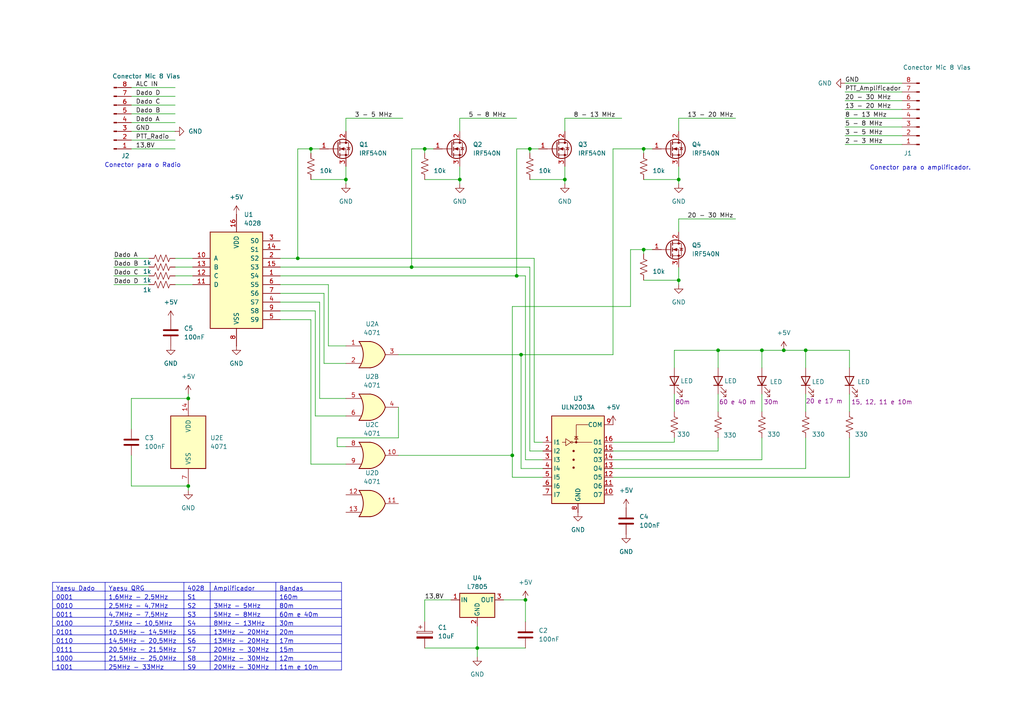
<source format=kicad_sch>
(kicad_sch (version 20250114) (generator "eeschema") (generator_version "9.0")
  (paper "A4")
  (title_block (title "PCB Decodificador") (date "2025-03-09") (rev "A") (comment 1 "Autor: Lucas T. Azeredo PU3LTA"))
  (lib_symbols
    (symbol "4xxx:4028" (pin_names (offset 1.016))
      (property "Reference" "U" (at -7.62 13.97 0))
      (property "Value" "4028" (at -7.62 -16.51 0))
      (symbol "4028_1_0"
        (pin input line (at -12.7 5.08 0) (length 5.08) (name "A") (number "10"))
        (pin input line (at -12.7 2.54 0) (length 5.08) (name "B") (number "13"))
        (pin input line (at -12.7 0 0) (length 5.08) (name "C") (number "12"))
        (pin input line (at -12.7 -2.54 0) (length 5.08) (name "D") (number "11"))
        (pin power_in line (at 0 17.78 270) (length 5.08) (name "VDD") (number "16"))
        (pin power_in line (at 0 -20.32 90) (length 5.08) (name "VSS") (number "8"))
        (pin output line (at 12.7 10.16 180) (length 5.08) (name "S0") (number "3"))
        (pin output line (at 12.7 7.62 180) (length 5.08) (name "S1") (number "14"))
        (pin output line (at 12.7 5.08 180) (length 5.08) (name "S2") (number "2"))
        (pin output line (at 12.7 2.54 180) (length 5.08) (name "S3") (number "15"))
        (pin output line (at 12.7 0 180) (length 5.08) (name "S4") (number "1"))
        (pin output line (at 12.7 -2.54 180) (length 5.08) (name "S5") (number "6"))
        (pin output line (at 12.7 -5.08 180) (length 5.08) (name "S6") (number "7"))
        (pin output line (at 12.7 -7.62 180) (length 5.08) (name "S7") (number "4"))
        (pin output line (at 12.7 -10.16 180) (length 5.08) (name "S8") (number "9"))
        (pin output line (at 12.7 -12.7 180) (length 5.08) (name "S9") (number "5"))
      )
      (symbol "4028_1_1"
        (rectangle (start -7.62 12.7) (end 7.62 -15.24) (stroke (width 0.254)) (fill (type background)))
      )
    )
    (symbol "4xxx:4071" (pin_names (offset 1.016))
      (property "Reference" "U" (at 0 1.27 0))
      (property "Value" "4071" (at 0 -1.27 0))
      (symbol "4071_1_1"
        (arc (start -3.81 3.81) (mid -2.589 0) (end -3.81 -3.81) (stroke (width 0.254)))
        (polyline (pts (xy -3.81 3.81) (xy -0.635 3.81)) (stroke (width 0.254)) (fill (type background)))
        (polyline (pts (xy -3.81 -3.81) (xy -0.635 -3.81)) (stroke (width 0.254)) (fill (type background)))
        (arc (start 3.81 0) (mid 2.1855 -2.584) (end -0.6096 -3.81) (stroke (width 0.254)) (fill (type background)))
        (arc (start -0.6096 3.81) (mid 2.1928 2.5924) (end 3.81 0) (stroke (width 0.254)) (fill (type background)))
        (polyline (pts (xy -0.635 3.81) (xy -3.81 3.81) (xy -3.81 3.81) (xy -3.556 3.4036) (xy -3.0226 2.2606) (xy -2.6924 1.0414) (xy -2.6162 -0.254) (xy -2.7686 -1.4986) (xy -3.175 -2.7178) (xy -3.81 -3.81) (xy -3.81 -3.81) (xy -0.635 -3.81)) (stroke (width -25.4)) (fill (type background)))
        (pin input line (at -7.62 2.54 0) (length 4.318) (name "~") (number "1"))
        (pin input line (at -7.62 -2.54 0) (length 4.318) (name "~") (number "2"))
        (pin output line (at 7.62 0 180) (length 3.81) (name "~") (number "3"))
      )
      (symbol "4071_1_2"
        (arc (start 0 3.81) (mid 3.7934 0) (end 0 -3.81) (stroke (width 0.254)) (fill (type background)))
        (polyline (pts (xy 0 3.81) (xy -3.81 3.81) (xy -3.81 -3.81) (xy 0 -3.81)) (stroke (width 0.254)) (fill (type background)))
        (pin input inverted (at -7.62 2.54 0) (length 3.81) (name "~") (number "1"))
        (pin input inverted (at -7.62 -2.54 0) (length 3.81) (name "~") (number "2"))
        (pin output inverted (at 7.62 0 180) (length 3.81) (name "~") (number "3"))
      )
      (symbol "4071_2_1"
        (arc (start -3.81 3.81) (mid -2.589 0) (end -3.81 -3.81) (stroke (width 0.254)))
        (polyline (pts (xy -3.81 3.81) (xy -0.635 3.81)) (stroke (width 0.254)) (fill (type background)))
        (polyline (pts (xy -3.81 -3.81) (xy -0.635 -3.81)) (stroke (width 0.254)) (fill (type background)))
        (arc (start 3.81 0) (mid 2.1855 -2.584) (end -0.6096 -3.81) (stroke (width 0.254)) (fill (type background)))
        (arc (start -0.6096 3.81) (mid 2.1928 2.5924) (end 3.81 0) (stroke (width 0.254)) (fill (type background)))
        (polyline (pts (xy -0.635 3.81) (xy -3.81 3.81) (xy -3.81 3.81) (xy -3.556 3.4036) (xy -3.0226 2.2606) (xy -2.6924 1.0414) (xy -2.6162 -0.254) (xy -2.7686 -1.4986) (xy -3.175 -2.7178) (xy -3.81 -3.81) (xy -3.81 -3.81) (xy -0.635 -3.81)) (stroke (width -25.4)) (fill (type background)))
        (pin input line (at -7.62 2.54 0) (length 4.318) (name "~") (number "5"))
        (pin input line (at -7.62 -2.54 0) (length 4.318) (name "~") (number "6"))
        (pin output line (at 7.62 0 180) (length 3.81) (name "~") (number "4"))
      )
      (symbol "4071_2_2"
        (arc (start 0 3.81) (mid 3.7934 0) (end 0 -3.81) (stroke (width 0.254)) (fill (type background)))
        (polyline (pts (xy 0 3.81) (xy -3.81 3.81) (xy -3.81 -3.81) (xy 0 -3.81)) (stroke (width 0.254)) (fill (type background)))
        (pin input inverted (at -7.62 2.54 0) (length 3.81) (name "~") (number "5"))
        (pin input inverted (at -7.62 -2.54 0) (length 3.81) (name "~") (number "6"))
        (pin output inverted (at 7.62 0 180) (length 3.81) (name "~") (number "4"))
      )
      (symbol "4071_3_1"
        (arc (start -3.81 3.81) (mid -2.589 0) (end -3.81 -3.81) (stroke (width 0.254)))
        (polyline (pts (xy -3.81 3.81) (xy -0.635 3.81)) (stroke (width 0.254)) (fill (type background)))
        (polyline (pts (xy -3.81 -3.81) (xy -0.635 -3.81)) (stroke (width 0.254)) (fill (type background)))
        (arc (start 3.81 0) (mid 2.1855 -2.584) (end -0.6096 -3.81) (stroke (width 0.254)) (fill (type background)))
        (arc (start -0.6096 3.81) (mid 2.1928 2.5924) (end 3.81 0) (stroke (width 0.254)) (fill (type background)))
        (polyline (pts (xy -0.635 3.81) (xy -3.81 3.81) (xy -3.81 3.81) (xy -3.556 3.4036) (xy -3.0226 2.2606) (xy -2.6924 1.0414) (xy -2.6162 -0.254) (xy -2.7686 -1.4986) (xy -3.175 -2.7178) (xy -3.81 -3.81) (xy -3.81 -3.81) (xy -0.635 -3.81)) (stroke (width -25.4)) (fill (type background)))
        (pin input line (at -7.62 2.54 0) (length 4.318) (name "~") (number "8"))
        (pin input line (at -7.62 -2.54 0) (length 4.318) (name "~") (number "9"))
        (pin output line (at 7.62 0 180) (length 3.81) (name "~") (number "10"))
      )
      (symbol "4071_3_2"
        (arc (start 0 3.81) (mid 3.7934 0) (end 0 -3.81) (stroke (width 0.254)) (fill (type background)))
        (polyline (pts (xy 0 3.81) (xy -3.81 3.81) (xy -3.81 -3.81) (xy 0 -3.81)) (stroke (width 0.254)) (fill (type background)))
        (pin input inverted (at -7.62 2.54 0) (length 3.81) (name "~") (number "8"))
        (pin input inverted (at -7.62 -2.54 0) (length 3.81) (name "~") (number "9"))
        (pin output inverted (at 7.62 0 180) (length 3.81) (name "~") (number "10"))
      )
      (symbol "4071_4_1"
        (arc (start -3.81 3.81) (mid -2.589 0) (end -3.81 -3.81) (stroke (width 0.254)))
        (polyline (pts (xy -3.81 3.81) (xy -0.635 3.81)) (stroke (width 0.254)) (fill (type background)))
        (polyline (pts (xy -3.81 -3.81) (xy -0.635 -3.81)) (stroke (width 0.254)) (fill (type background)))
        (arc (start 3.81 0) (mid 2.1855 -2.584) (end -0.6096 -3.81) (stroke (width 0.254)) (fill (type background)))
        (arc (start -0.6096 3.81) (mid 2.1928 2.5924) (end 3.81 0) (stroke (width 0.254)) (fill (type background)))
        (polyline (pts (xy -0.635 3.81) (xy -3.81 3.81) (xy -3.81 3.81) (xy -3.556 3.4036) (xy -3.0226 2.2606) (xy -2.6924 1.0414) (xy -2.6162 -0.254) (xy -2.7686 -1.4986) (xy -3.175 -2.7178) (xy -3.81 -3.81) (xy -3.81 -3.81) (xy -0.635 -3.81)) (stroke (width -25.4)) (fill (type background)))
        (pin input line (at -7.62 2.54 0) (length 4.318) (name "~") (number "12"))
        (pin input line (at -7.62 -2.54 0) (length 4.318) (name "~") (number "13"))
        (pin output line (at 7.62 0 180) (length 3.81) (name "~") (number "11"))
      )
      (symbol "4071_4_2"
        (arc (start 0 3.81) (mid 3.7934 0) (end 0 -3.81) (stroke (width 0.254)) (fill (type background)))
        (polyline (pts (xy 0 3.81) (xy -3.81 3.81) (xy -3.81 -3.81) (xy 0 -3.81)) (stroke (width 0.254)) (fill (type background)))
        (pin input inverted (at -7.62 2.54 0) (length 3.81) (name "~") (number "12"))
        (pin input inverted (at -7.62 -2.54 0) (length 3.81) (name "~") (number "13"))
        (pin output inverted (at 7.62 0 180) (length 3.81) (name "~") (number "11"))
      )
      (symbol "4071_5_0"
        (pin power_in line (at 0 12.7 270) (length 5.08) (name "VDD") (number "14"))
        (pin power_in line (at 0 -12.7 90) (length 5.08) (name "VSS") (number "7"))
      )
      (symbol "4071_5_1"
        (rectangle (start -5.08 7.62) (end 5.08 -7.62) (stroke (width 0.254)) (fill (type background)))
      )
    )
    (symbol "Connector:Conn_01x08_Pin" (pin_names (offset 1.016) (hide yes))
      (property "Reference" "J" (at 0 10.16 0))
      (property "Value" "Conn_01x08_Pin" (at 0 -12.7 0))
      (symbol "Conn_01x08_Pin_1_1"
        (rectangle (start 0.8636 7.747) (end 0 7.493) (stroke (width 0.1524)) (fill (type outline)))
        (rectangle (start 0.8636 5.207) (end 0 4.953) (stroke (width 0.1524)) (fill (type outline)))
        (rectangle (start 0.8636 2.667) (end 0 2.413) (stroke (width 0.1524)) (fill (type outline)))
        (rectangle (start 0.8636 0.127) (end 0 -0.127) (stroke (width 0.1524)) (fill (type outline)))
        (rectangle (start 0.8636 -2.413) (end 0 -2.667) (stroke (width 0.1524)) (fill (type outline)))
        (rectangle (start 0.8636 -4.953) (end 0 -5.207) (stroke (width 0.1524)) (fill (type outline)))
        (rectangle (start 0.8636 -7.493) (end 0 -7.747) (stroke (width 0.1524)) (fill (type outline)))
        (rectangle (start 0.8636 -10.033) (end 0 -10.287) (stroke (width 0.1524)) (fill (type outline)))
        (polyline (pts (xy 1.27 7.62) (xy 0.8636 7.62)) (stroke (width 0.1524)))
        (polyline (pts (xy 1.27 5.08) (xy 0.8636 5.08)) (stroke (width 0.1524)))
        (polyline (pts (xy 1.27 2.54) (xy 0.8636 2.54)) (stroke (width 0.1524)))
        (polyline (pts (xy 1.27 0) (xy 0.8636 0)) (stroke (width 0.1524)))
        (polyline (pts (xy 1.27 -2.54) (xy 0.8636 -2.54)) (stroke (width 0.1524)))
        (polyline (pts (xy 1.27 -5.08) (xy 0.8636 -5.08)) (stroke (width 0.1524)))
        (polyline (pts (xy 1.27 -7.62) (xy 0.8636 -7.62)) (stroke (width 0.1524)))
        (polyline (pts (xy 1.27 -10.16) (xy 0.8636 -10.16)) (stroke (width 0.1524)))
        (pin passive line (at 5.08 7.62 180) (length 3.81) (name "Pin_1") (number "1"))
        (pin passive line (at 5.08 5.08 180) (length 3.81) (name "Pin_2") (number "2"))
        (pin passive line (at 5.08 2.54 180) (length 3.81) (name "Pin_3") (number "3"))
        (pin passive line (at 5.08 0 180) (length 3.81) (name "Pin_4") (number "4"))
        (pin passive line (at 5.08 -2.54 180) (length 3.81) (name "Pin_5") (number "5"))
        (pin passive line (at 5.08 -5.08 180) (length 3.81) (name "Pin_6") (number "6"))
        (pin passive line (at 5.08 -7.62 180) (length 3.81) (name "Pin_7") (number "7"))
        (pin passive line (at 5.08 -10.16 180) (length 3.81) (name "Pin_8") (number "8"))
      )
    )
    (symbol "Device:C" (pin_numbers (hide yes)) (pin_names (offset 0.254))
      (property "Reference" "C" (at 0.635 2.54 0))
      (property "Value" "C" (at 0.635 -2.54 0))
      (symbol "C_0_1"
        (polyline (pts (xy -2.032 0.762) (xy 2.032 0.762)) (stroke (width 0.508)))
        (polyline (pts (xy -2.032 -0.762) (xy 2.032 -0.762)) (stroke (width 0.508)))
      )
      (symbol "C_1_1"
        (pin passive line (at 0 3.81 270) (length 2.794) (name "~") (number "1"))
        (pin passive line (at 0 -3.81 90) (length 2.794) (name "~") (number "2"))
      )
    )
    (symbol "Device:C_Polarized" (pin_numbers (hide yes)) (pin_names (offset 0.254))
      (property "Reference" "C" (at 0.635 2.54 0))
      (property "Value" "C_Polarized" (at 0.635 -2.54 0))
      (symbol "C_Polarized_0_1"
        (rectangle (start -2.286 0.508) (end 2.286 1.016))
        (polyline (pts (xy -1.778 2.286) (xy -0.762 2.286)))
        (polyline (pts (xy -1.27 2.794) (xy -1.27 1.778)))
        (rectangle (start 2.286 -0.508) (end -2.286 -1.016) (fill (type outline)))
      )
      (symbol "C_Polarized_1_1"
        (pin passive line (at 0 3.81 270) (length 2.794) (name "~") (number "1"))
        (pin passive line (at 0 -3.81 90) (length 2.794) (name "~") (number "2"))
      )
    )
    (symbol "Device:LED" (pin_numbers (hide yes)) (pin_names (offset 1.016) (hide yes))
      (property "Reference" "D" (at 0 2.54 0))
      (property "Value" "LED" (at 0 -2.54 0))
      (symbol "LED_0_1"
        (polyline (pts (xy -3.048 -0.762) (xy -4.572 -2.286) (xy -3.81 -2.286) (xy -4.572 -2.286) (xy -4.572 -1.524)))
        (polyline (pts (xy -1.778 -0.762) (xy -3.302 -2.286) (xy -2.54 -2.286) (xy -3.302 -2.286) (xy -3.302 -1.524)))
        (polyline (pts (xy -1.27 0) (xy 1.27 0)))
        (polyline (pts (xy -1.27 -1.27) (xy -1.27 1.27)) (stroke (width 0.254)))
        (polyline (pts (xy 1.27 -1.27) (xy 1.27 1.27) (xy -1.27 0) (xy 1.27 -1.27)) (stroke (width 0.254)))
      )
      (symbol "LED_1_1"
        (pin passive line (at -3.81 0 0) (length 2.54) (name "K") (number "1"))
        (pin passive line (at 3.81 0 180) (length 2.54) (name "A") (number "2"))
      )
    )
    (symbol "Device:R_US" (pin_numbers (hide yes)) (pin_names (offset 0))
      (property "Reference" "R" (at 2.54 0 90))
      (property "Value" "R_US" (at -2.54 0 90))
      (symbol "R_US_0_1"
        (polyline (pts (xy 0 2.286) (xy 0 2.54)))
        (polyline (pts (xy 0 2.286) (xy 1.016 1.905) (xy 0 1.524) (xy -1.016 1.143) (xy 0 0.762)))
        (polyline (pts (xy 0 0.762) (xy 1.016 0.381) (xy 0 0) (xy -1.016 -0.381) (xy 0 -0.762)))
        (polyline (pts (xy 0 -0.762) (xy 1.016 -1.143) (xy 0 -1.524) (xy -1.016 -1.905) (xy 0 -2.286)))
        (polyline (pts (xy 0 -2.286) (xy 0 -2.54)))
      )
      (symbol "R_US_1_1"
        (pin passive line (at 0 3.81 270) (length 1.27) (name "~") (number "1"))
        (pin passive line (at 0 -3.81 90) (length 1.27) (name "~") (number "2"))
      )
    )
    (symbol "Regulator_Linear:L7805" (pin_names (offset 0.254))
      (property "Reference" "U" (at -3.81 3.175 0))
      (property "Value" "L7805" (at 0 3.175 0))
      (symbol "L7805_0_1"
        (rectangle (start -5.08 1.905) (end 5.08 -5.08) (stroke (width 0.254)) (fill (type background)))
      )
      (symbol "L7805_1_1"
        (pin power_in line (at -7.62 0 0) (length 2.54) (name "IN") (number "1"))
        (pin power_in line (at 0 -7.62 90) (length 2.54) (name "GND") (number "2"))
        (pin power_out line (at 7.62 0 180) (length 2.54) (name "OUT") (number "3"))
      )
    )
    (symbol "Transistor_Array:ULN2003A"
      (property "Reference" "U" (at 0 15.875 0))
      (property "Value" "ULN2003A" (at 0 13.97 0))
      (symbol "ULN2003A_0_1"
        (rectangle (start -7.62 -12.7) (end 7.62 12.7) (stroke (width 0.254)) (fill (type background)))
        (polyline (pts (xy -4.572 5.08) (xy -3.556 5.08)))
        (polyline (pts (xy -3.556 6.096) (xy -3.556 4.064) (xy -2.032 5.08) (xy -3.556 6.096)))
        (circle (center -1.778 5.08) (radius 0.254))
        (polyline (pts (xy -1.524 5.08) (xy 4.064 5.08)))
        (circle (center -1.27 2.54) (radius 0.254) (fill (type outline)))
        (circle (center -1.27 0) (radius 0.254) (fill (type outline)))
        (circle (center -1.27 -2.286) (radius 0.254) (fill (type outline)))
        (circle (center -0.508 5.08) (radius 0.254) (fill (type outline)))
        (polyline (pts (xy -0.508 5.08) (xy -0.508 10.16) (xy 2.921 10.16)))
        (polyline (pts (xy 0 6.731) (xy -1.016 6.731)))
        (polyline (pts (xy 0 5.969) (xy -1.016 5.969) (xy -0.508 6.731) (xy 0 5.969)))
      )
      (symbol "ULN2003A_1_1"
        (pin input line (at -10.16 5.08 0) (length 2.54) (name "I1") (number "1"))
        (pin input line (at -10.16 2.54 0) (length 2.54) (name "I2") (number "2"))
        (pin input line (at -10.16 0 0) (length 2.54) (name "I3") (number "3"))
        (pin input line (at -10.16 -2.54 0) (length 2.54) (name "I4") (number "4"))
        (pin input line (at -10.16 -5.08 0) (length 2.54) (name "I5") (number "5"))
        (pin input line (at -10.16 -7.62 0) (length 2.54) (name "I6") (number "6"))
        (pin input line (at -10.16 -10.16 0) (length 2.54) (name "I7") (number "7"))
        (pin power_in line (at 0 -15.24 90) (length 2.54) (name "GND") (number "8"))
        (pin passive line (at 10.16 10.16 180) (length 2.54) (name "COM") (number "9"))
        (pin open_collector line (at 10.16 5.08 180) (length 2.54) (name "O1") (number "16"))
        (pin open_collector line (at 10.16 2.54 180) (length 2.54) (name "O2") (number "15"))
        (pin open_collector line (at 10.16 0 180) (length 2.54) (name "O3") (number "14"))
        (pin open_collector line (at 10.16 -2.54 180) (length 2.54) (name "O4") (number "13"))
        (pin open_collector line (at 10.16 -5.08 180) (length 2.54) (name "O5") (number "12"))
        (pin open_collector line (at 10.16 -7.62 180) (length 2.54) (name "O6") (number "11"))
        (pin open_collector line (at 10.16 -10.16 180) (length 2.54) (name "O7") (number "10"))
      )
    )
    (symbol "Transistor_FET:IRF540N" (pin_names (hide yes))
      (property "Reference" "Q" (at 5.08 1.905 0))
      (property "Value" "IRF540N" (at 5.08 0 0))
      (symbol "IRF540N_0_1"
        (polyline (pts (xy 0.254 1.905) (xy 0.254 -1.905)) (stroke (width 0.254)))
        (polyline (pts (xy 0.254 0) (xy -2.54 0)))
        (polyline (pts (xy 0.762 2.286) (xy 0.762 1.27)) (stroke (width 0.254)))
        (polyline (pts (xy 0.762 0.508) (xy 0.762 -0.508)) (stroke (width 0.254)))
        (polyline (pts (xy 0.762 -1.27) (xy 0.762 -2.286)) (stroke (width 0.254)))
        (polyline (pts (xy 0.762 -1.778) (xy 3.302 -1.778) (xy 3.302 1.778) (xy 0.762 1.778)))
        (polyline (pts (xy 1.016 0) (xy 2.032 0.381) (xy 2.032 -0.381) (xy 1.016 0)) (fill (type outline)))
        (circle (center 1.651 0) (radius 2.794) (stroke (width 0.254)))
        (polyline (pts (xy 2.54 2.54) (xy 2.54 1.778)))
        (circle (center 2.54 1.778) (radius 0.254) (fill (type outline)))
        (circle (center 2.54 -1.778) (radius 0.254) (fill (type outline)))
        (polyline (pts (xy 2.54 -2.54) (xy 2.54 0) (xy 0.762 0)))
        (polyline (pts (xy 2.794 0.508) (xy 2.921 0.381) (xy 3.683 0.381) (xy 3.81 0.254)))
        (polyline (pts (xy 3.302 0.381) (xy 2.921 -0.254) (xy 3.683 -0.254) (xy 3.302 0.381)))
      )
      (symbol "IRF540N_1_1"
        (pin input line (at -5.08 0 0) (length 2.54) (name "G") (number "1"))
        (pin passive line (at 2.54 5.08 270) (length 2.54) (name "D") (number "2"))
        (pin passive line (at 2.54 -5.08 90) (length 2.54) (name "S") (number "3"))
      )
    )
    (symbol "power:+5V" (power) (pin_numbers (hide yes)) (pin_names (offset 0) (hide yes))
      (property "Value" "+5V" (at 0 3.556 0))
      (symbol "+5V_0_1"
        (polyline (pts (xy -0.762 1.27) (xy 0 2.54)))
        (polyline (pts (xy 0 2.54) (xy 0.762 1.27)))
        (polyline (pts (xy 0 0) (xy 0 2.54)))
      )
      (symbol "+5V_1_1"
        (pin power_in line (at 0 0 90) (length 0) (name "~") (number "1"))
      )
    )
    (symbol "power:GND" (power) (pin_numbers (hide yes)) (pin_names (offset 0) (hide yes))
      (property "Value" "GND" (at 0 -3.81 0))
      (symbol "GND_0_1"
        (polyline (pts (xy 0 0) (xy 0 -1.27) (xy 1.27 -1.27) (xy 0 -2.54) (xy -1.27 -1.27) (xy 0 -1.27)))
      )
      (symbol "GND_1_1"
        (pin power_in line (at 0 0 270) (length 0) (name "~") (number "1"))
      )
    )
  )
  (text "Conector para o amplificador." (at 266.954 48.768 0) (effects (font (size 1.27 1.27))))
  (text "Conector para o Radio" (at 41.402 48.006 0) (effects (font (size 1.27 1.27))))
  (junction (at 119.38 77.47))
  (junction (at 186.69 72.39))
  (junction (at 138.43 187.96))
  (junction (at 90.17 43.18))
  (junction (at 186.69 43.18))
  (junction (at 151.13 102.87))
  (junction (at 54.61 115.57))
  (junction (at 233.68 101.6))
  (junction (at 220.98 101.6))
  (junction (at 163.83 52.07))
  (junction (at 208.28 101.6))
  (junction (at 152.4 173.99))
  (junction (at 196.85 52.07))
  (junction (at 153.67 43.18))
  (junction (at 100.33 52.07))
  (junction (at 123.19 43.18))
  (junction (at 196.85 81.28))
  (junction (at 133.35 52.07))
  (junction (at 54.61 140.97))
  (junction (at 148.59 132.08))
  (junction (at 227.33 101.6))
  (junction (at 149.86 80.01))
  (junction (at 86.36 74.93))
  (wire (pts (xy 90.17 92.71) (xy 90.17 134.62)))
  (wire (pts (xy 123.19 43.18) (xy 119.38 43.18)))
  (wire (pts (xy 95.25 100.33) (xy 100.33 100.33)))
  (wire (pts (xy 92.71 87.63) (xy 92.71 115.57)))
  (wire (pts (xy 152.4 173.99) (xy 146.05 173.99)))
  (wire (pts (xy 38.1 30.48) (xy 50.8 30.48)))
  (wire (pts (xy 97.79 127) (xy 97.79 129.54)))
  (wire (pts (xy 154.94 128.27) (xy 157.48 128.27)))
  (wire (pts (xy 95.25 82.55) (xy 95.25 100.33)))
  (wire (pts (xy 148.59 132.08) (xy 148.59 138.43)))
  (wire (pts (xy 220.98 101.6) (xy 220.98 106.68)))
  (wire (pts (xy 195.58 128.27) (xy 177.8 128.27)))
  (wire (pts (xy 186.69 43.18) (xy 189.23 43.18)))
  (wire (pts (xy 220.98 133.35) (xy 220.98 127)))
  (wire (pts (xy 245.11 24.13) (xy 261.62 24.13)))
  (wire (pts (xy 38.1 27.94) (xy 50.8 27.94)))
  (wire (pts (xy 157.48 138.43) (xy 148.59 138.43)))
  (wire (pts (xy 123.19 52.07) (xy 133.35 52.07)))
  (wire (pts (xy 54.61 114.3) (xy 54.61 115.57)))
  (wire (pts (xy 123.19 43.18) (xy 125.73 43.18)))
  (wire (pts (xy 163.83 52.07) (xy 163.83 53.34)))
  (wire (pts (xy 153.67 52.07) (xy 163.83 52.07)))
  (wire (pts (xy 220.98 114.3) (xy 220.98 119.38)))
  (wire (pts (xy 38.1 140.97) (xy 38.1 132.08)))
  (wire (pts (xy 100.33 48.26) (xy 100.33 52.07)))
  (wire (pts (xy 133.35 34.29) (xy 149.86 34.29)))
  (wire (pts (xy 196.85 48.26) (xy 196.85 52.07)))
  (wire (pts (xy 245.11 31.75) (xy 261.62 31.75)))
  (wire (pts (xy 186.69 81.28) (xy 196.85 81.28)))
  (wire (pts (xy 195.58 106.68) (xy 195.58 101.6)))
  (wire (pts (xy 182.88 72.39) (xy 186.69 72.39)))
  (wire (pts (xy 86.36 74.93) (xy 154.94 74.93)))
  (wire (pts (xy 153.67 130.81) (xy 157.48 130.81)))
  (wire (pts (xy 177.8 102.87) (xy 151.13 102.87)))
  (wire (pts (xy 196.85 67.31) (xy 196.85 63.5)))
  (wire (pts (xy 163.83 48.26) (xy 163.83 52.07)))
  (wire (pts (xy 138.43 187.96) (xy 138.43 190.5)))
  (wire (pts (xy 195.58 127) (xy 195.58 128.27)))
  (wire (pts (xy 81.28 85.09) (xy 93.98 85.09)))
  (wire (pts (xy 33.02 74.93) (xy 43.18 74.93)))
  (wire (pts (xy 186.69 44.45) (xy 186.69 43.18)))
  (wire (pts (xy 93.98 105.41) (xy 100.33 105.41)))
  (wire (pts (xy 100.33 120.65) (xy 91.44 120.65)))
  (wire (pts (xy 119.38 43.18) (xy 119.38 77.47)))
  (wire (pts (xy 123.19 173.99) (xy 123.19 180.34)))
  (wire (pts (xy 130.81 173.99) (xy 123.19 173.99)))
  (wire (pts (xy 208.28 101.6) (xy 208.28 106.68)))
  (wire (pts (xy 246.38 127) (xy 246.38 138.43)))
  (wire (pts (xy 157.48 133.35) (xy 152.4 133.35)))
  (wire (pts (xy 100.33 52.07) (xy 100.33 53.34)))
  (wire (pts (xy 245.11 26.67) (xy 261.62 26.67)))
  (wire (pts (xy 220.98 101.6) (xy 227.33 101.6)))
  (wire (pts (xy 148.59 88.9) (xy 182.88 88.9)))
  (wire (pts (xy 246.38 114.3) (xy 246.38 119.38)))
  (wire (pts (xy 177.8 43.18) (xy 177.8 102.87)))
  (wire (pts (xy 90.17 52.07) (xy 100.33 52.07)))
  (wire (pts (xy 50.8 80.01) (xy 55.88 80.01)))
  (wire (pts (xy 119.38 77.47) (xy 153.67 77.47)))
  (wire (pts (xy 133.35 38.1) (xy 133.35 34.29)))
  (wire (pts (xy 153.67 44.45) (xy 153.67 43.18)))
  (wire (pts (xy 115.57 127) (xy 97.79 127)))
  (wire (pts (xy 195.58 114.3) (xy 195.58 119.38)))
  (wire (pts (xy 38.1 25.4) (xy 50.8 25.4)))
  (wire (pts (xy 227.33 101.6) (xy 233.68 101.6)))
  (wire (pts (xy 233.68 101.6) (xy 233.68 106.68)))
  (wire (pts (xy 38.1 35.56) (xy 50.8 35.56)))
  (wire (pts (xy 246.38 138.43) (xy 177.8 138.43)))
  (wire (pts (xy 245.11 39.37) (xy 261.62 39.37)))
  (wire (pts (xy 38.1 40.64) (xy 50.8 40.64)))
  (wire (pts (xy 90.17 134.62) (xy 100.33 134.62)))
  (wire (pts (xy 177.8 130.81) (xy 208.28 130.81)))
  (wire (pts (xy 154.94 74.93) (xy 154.94 128.27)))
  (wire (pts (xy 196.85 63.5) (xy 213.36 63.5)))
  (wire (pts (xy 186.69 72.39) (xy 189.23 72.39)))
  (wire (pts (xy 50.8 74.93) (xy 55.88 74.93)))
  (wire (pts (xy 50.8 77.47) (xy 55.88 77.47)))
  (wire (pts (xy 149.86 80.01) (xy 152.4 80.01)))
  (wire (pts (xy 153.67 43.18) (xy 156.21 43.18)))
  (wire (pts (xy 196.85 81.28) (xy 196.85 82.55)))
  (wire (pts (xy 115.57 132.08) (xy 148.59 132.08)))
  (wire (pts (xy 38.1 38.1) (xy 50.8 38.1)))
  (wire (pts (xy 81.28 77.47) (xy 119.38 77.47)))
  (wire (pts (xy 177.8 135.89) (xy 233.68 135.89)))
  (wire (pts (xy 54.61 140.97) (xy 38.1 140.97)))
  (wire (pts (xy 195.58 101.6) (xy 208.28 101.6)))
  (wire (pts (xy 186.69 73.66) (xy 186.69 72.39)))
  (wire (pts (xy 90.17 44.45) (xy 90.17 43.18)))
  (wire (pts (xy 233.68 101.6) (xy 246.38 101.6)))
  (wire (pts (xy 38.1 43.18) (xy 50.8 43.18)))
  (wire (pts (xy 245.11 34.29) (xy 261.62 34.29)))
  (wire (pts (xy 115.57 102.87) (xy 151.13 102.87)))
  (wire (pts (xy 233.68 135.89) (xy 233.68 127)))
  (wire (pts (xy 90.17 43.18) (xy 92.71 43.18)))
  (wire (pts (xy 233.68 114.3) (xy 233.68 119.38)))
  (wire (pts (xy 196.85 52.07) (xy 196.85 53.34)))
  (wire (pts (xy 50.8 82.55) (xy 55.88 82.55)))
  (wire (pts (xy 149.86 43.18) (xy 149.86 80.01)))
  (wire (pts (xy 33.02 82.55) (xy 43.18 82.55)))
  (wire (pts (xy 246.38 101.6) (xy 246.38 106.68)))
  (wire (pts (xy 208.28 114.3) (xy 208.28 119.38)))
  (wire (pts (xy 81.28 87.63) (xy 92.71 87.63)))
  (wire (pts (xy 196.85 38.1) (xy 196.85 34.29)))
  (wire (pts (xy 163.83 34.29) (xy 180.34 34.29)))
  (wire (pts (xy 245.11 41.91) (xy 261.62 41.91)))
  (wire (pts (xy 100.33 34.29) (xy 116.84 34.29)))
  (wire (pts (xy 81.28 92.71) (xy 90.17 92.71)))
  (wire (pts (xy 81.28 80.01) (xy 149.86 80.01)))
  (wire (pts (xy 91.44 90.17) (xy 81.28 90.17)))
  (wire (pts (xy 86.36 43.18) (xy 86.36 74.93)))
  (wire (pts (xy 81.28 82.55) (xy 95.25 82.55)))
  (wire (pts (xy 123.19 44.45) (xy 123.19 43.18)))
  (wire (pts (xy 81.28 74.93) (xy 86.36 74.93)))
  (wire (pts (xy 123.19 187.96) (xy 138.43 187.96)))
  (wire (pts (xy 93.98 85.09) (xy 93.98 105.41)))
  (wire (pts (xy 245.11 36.83) (xy 261.62 36.83)))
  (wire (pts (xy 90.17 43.18) (xy 86.36 43.18)))
  (wire (pts (xy 177.8 133.35) (xy 220.98 133.35)))
  (wire (pts (xy 151.13 102.87) (xy 151.13 135.89)))
  (wire (pts (xy 100.33 38.1) (xy 100.33 34.29)))
  (wire (pts (xy 138.43 187.96) (xy 152.4 187.96)))
  (wire (pts (xy 196.85 34.29) (xy 213.36 34.29)))
  (wire (pts (xy 148.59 132.08) (xy 148.59 88.9)))
  (wire (pts (xy 133.35 48.26) (xy 133.35 52.07)))
  (wire (pts (xy 133.35 52.07) (xy 133.35 53.34)))
  (wire (pts (xy 91.44 120.65) (xy 91.44 90.17)))
  (wire (pts (xy 92.71 115.57) (xy 100.33 115.57)))
  (wire (pts (xy 186.69 43.18) (xy 177.8 43.18)))
  (wire (pts (xy 186.69 52.07) (xy 196.85 52.07)))
  (wire (pts (xy 115.57 118.11) (xy 115.57 127)))
  (wire (pts (xy 153.67 77.47) (xy 153.67 130.81)))
  (wire (pts (xy 54.61 115.57) (xy 38.1 115.57)))
  (wire (pts (xy 245.11 29.21) (xy 261.62 29.21)))
  (wire (pts (xy 182.88 88.9) (xy 182.88 72.39)))
  (wire (pts (xy 97.79 129.54) (xy 100.33 129.54)))
  (wire (pts (xy 196.85 77.47) (xy 196.85 81.28)))
  (wire (pts (xy 38.1 33.02) (xy 50.8 33.02)))
  (wire (pts (xy 138.43 181.61) (xy 138.43 187.96)))
  (wire (pts (xy 33.02 80.01) (xy 43.18 80.01)))
  (wire (pts (xy 208.28 101.6) (xy 220.98 101.6)))
  (wire (pts (xy 163.83 38.1) (xy 163.83 34.29)))
  (wire (pts (xy 33.02 77.47) (xy 43.18 77.47)))
  (wire (pts (xy 153.67 43.18) (xy 149.86 43.18)))
  (wire (pts (xy 208.28 130.81) (xy 208.28 127)))
  (wire (pts (xy 38.1 115.57) (xy 38.1 124.46)))
  (wire (pts (xy 54.61 142.24) (xy 54.61 140.97)))
  (wire (pts (xy 151.13 135.89) (xy 157.48 135.89)))
  (wire (pts (xy 152.4 180.34) (xy 152.4 173.99)))
  (wire (pts (xy 152.4 80.01) (xy 152.4 133.35)))
  (table (column_count 5) (border (external yes) (header yes)) (separators (rows yes) (cols yes)) (column_widths 15.24 22.86 7.62 19.05 19.05) (row_heights 2.54 2.54 2.54 2.54 2.54 2.54 2.54 2.54 2.54 2.54) (cells (table_cell "Yaesu Dado" (at 15.24 168.91 0) (size 15.24 2.54) (margins 0.9525 0.9525 0.9525 0.9525) (span 1 1)) (table_cell "Yaesu QRG" (at 30.48 168.91 0) (size 22.86 2.54) (margins 0.9525 0.9525 0.9525 0.9525) (span 1 1)) (table_cell "4028" (at 53.34 168.91 0) (size 7.62 2.54) (margins 0.9525 0.9525 0.9525 0.9525) (span 1 1)) (table_cell "Amplificador" (at 60.96 168.91 0) (size 19.05 2.54) (margins 0.9525 0.9525 0.9525 0.9525) (span 1 1)) (table_cell "Bandas" (at 80.01 168.91 0) (size 19.05 2.54) (margins 0.9525 0.9525 0.9525 0.9525) (span 1 1)) (table_cell "0001" (at 15.24 171.45 0) (size 15.24 2.54) (margins 0.9525 0.9525 0.9525 0.9525) (span 1 1)) (table_cell "1,6MHz - 2,5MHz" (at 30.48 171.45 0) (size 22.86 2.54) (margins 0.9525 0.9525 0.9525 0.9525) (span 1 1)) (table_cell "S1" (at 53.34 171.45 0) (size 7.62 2.54) (margins 0.9525 0.9525 0.9525 0.9525) (span 1 1)) (table_cell "" (at 60.96 171.45 0) (size 19.05 2.54) (margins 0.9525 0.9525 0.9525 0.9525) (span 1 1)) (table_cell "160m" (at 80.01 171.45 0) (size 19.05 2.54) (margins 0.9525 0.9525 0.9525 0.9525) (span 1 1)) (table_cell "0010" (at 15.24 173.99 0) (size 15.24 2.54) (margins 0.9525 0.9525 0.9525 0.9525) (span 1 1)) (table_cell "2,5MHz - 4,7MHz" (at 30.48 173.99 0) (size 22.86 2.54) (margins 0.9525 0.9525 0.9525 0.9525) (span 1 1)) (table_cell "S2" (at 53.34 173.99 0) (size 7.62 2.54) (margins 0.9525 0.9525 0.9525 0.9525) (span 1 1)) (table_cell "3MHz - 5MHz" (at 60.96 173.99 0) (size 19.05 2.54) (margins 0.9525 0.9525 0.9525 0.9525) (span 1 1)) (table_cell "80m" (at 80.01 173.99 0) (size 19.05 2.54) (margins 0.9525 0.9525 0.9525 0.9525) (span 1 1)) (table_cell "0011" (at 15.24 176.53 0) (size 15.24 2.54) (margins 0.9525 0.9525 0.9525 0.9525) (span 1 1)) (table_cell "4,7MHz - 7,5MHz" (at 30.48 176.53 0) (size 22.86 2.54) (margins 0.9525 0.9525 0.9525 0.9525) (span 1 1)) (table_cell "S3" (at 53.34 176.53 0) (size 7.62 2.54) (margins 0.9525 0.9525 0.9525 0.9525) (span 1 1)) (table_cell "5MHz - 8MHz" (at 60.96 176.53 0) (size 19.05 2.54) (margins 0.9525 0.9525 0.9525 0.9525) (span 1 1)) (table_cell "60m e 40m" (at 80.01 176.53 0) (size 19.05 2.54) (margins 0.9525 0.9525 0.9525 0.9525) (span 1 1)) (table_cell "0100" (at 15.24 179.07 0) (size 15.24 2.54) (margins 0.9525 0.9525 0.9525 0.9525) (span 1 1)) (table_cell "7,5MHz - 10,5MHz" (at 30.48 179.07 0) (size 22.86 2.54) (margins 0.9525 0.9525 0.9525 0.9525) (span 1 1)) (table_cell "S4" (at 53.34 179.07 0) (size 7.62 2.54) (margins 0.9525 0.9525 0.9525 0.9525) (span 1 1)) (table_cell "8MHz - 13MHz" (at 60.96 179.07 0) (size 19.05 2.54) (margins 0.9525 0.9525 0.9525 0.9525) (span 1 1)) (table_cell "30m" (at 80.01 179.07 0) (size 19.05 2.54) (margins 0.9525 0.9525 0.9525 0.9525) (span 1 1)) (table_cell "0101" (at 15.24 181.61 0) (size 15.24 2.54) (margins 0.9525 0.9525 0.9525 0.9525) (span 1 1)) (table_cell "10,5MHz - 14,5MHz" (at 30.48 181.61 0) (size 22.86 2.54) (margins 0.9525 0.9525 0.9525 0.9525) (span 1 1)) (table_cell "S5" (at 53.34 181.61 0) (size 7.62 2.54) (margins 0.9525 0.9525 0.9525 0.9525) (span 1 1)) (table_cell "13MHz - 20MHz" (at 60.96 181.61 0) (size 19.05 2.54) (margins 0.9525 0.9525 0.9525 0.9525) (span 1 1)) (table_cell "20m" (at 80.01 181.61 0) (size 19.05 2.54) (margins 0.9525 0.9525 0.9525 0.9525) (span 1 1)) (table_cell "0110" (at 15.24 184.15 0) (size 15.24 2.54) (margins 0.9525 0.9525 0.9525 0.9525) (span 1 1)) (table_cell "14,5MHz - 20,5MHz" (at 30.48 184.15 0) (size 22.86 2.54) (margins 0.9525 0.9525 0.9525 0.9525) (span 1 1)) (table_cell "S6" (at 53.34 184.15 0) (size 7.62 2.54) (margins 0.9525 0.9525 0.9525 0.9525) (span 1 1)) (table_cell "13MHz - 20MHz" (at 60.96 184.15 0) (size 19.05 2.54) (margins 0.9525 0.9525 0.9525 0.9525) (span 1 1)) (table_cell "17m" (at 80.01 184.15 0) (size 19.05 2.54) (margins 0.9525 0.9525 0.9525 0.9525) (span 1 1)) (table_cell "0111" (at 15.24 186.69 0) (size 15.24 2.54) (margins 0.9525 0.9525 0.9525 0.9525) (span 1 1)) (table_cell "20,5MHz - 21,5MHz" (at 30.48 186.69 0) (size 22.86 2.54) (margins 0.9525 0.9525 0.9525 0.9525) (span 1 1)) (table_cell "S7" (at 53.34 186.69 0) (size 7.62 2.54) (margins 0.9525 0.9525 0.9525 0.9525) (span 1 1)) (table_cell "20MHz - 30MHz" (at 60.96 186.69 0) (size 19.05 2.54) (margins 0.9525 0.9525 0.9525 0.9525) (span 1 1)) (table_cell "15m" (at 80.01 186.69 0) (size 19.05 2.54) (margins 0.9525 0.9525 0.9525 0.9525) (span 1 1)) (table_cell "1000" (at 15.24 189.23 0) (size 15.24 2.54) (margins 0.9525 0.9525 0.9525 0.9525) (span 1 1)) (table_cell "21,5MHz - 25,0MHz" (at 30.48 189.23 0) (size 22.86 2.54) (margins 0.9525 0.9525 0.9525 0.9525) (span 1 1)) (table_cell "S8" (at 53.34 189.23 0) (size 7.62 2.54) (margins 0.9525 0.9525 0.9525 0.9525) (span 1 1)) (table_cell "20MHz - 30MHz" (at 60.96 189.23 0) (size 19.05 2.54) (margins 0.9525 0.9525 0.9525 0.9525) (span 1 1)) (table_cell "12m" (at 80.01 189.23 0) (size 19.05 2.54) (margins 0.9525 0.9525 0.9525 0.9525) (span 1 1)) (table_cell "1001" (at 15.24 191.77 0) (size 15.24 2.54) (margins 0.9525 0.9525 0.9525 0.9525) (span 1 1)) (table_cell "25MHz - 33MHz" (at 30.48 191.77 0) (size 22.86 2.54) (margins 0.9525 0.9525 0.9525 0.9525) (span 1 1)) (table_cell "S9" (at 53.34 191.77 0) (size 7.62 2.54) (margins 0.9525 0.9525 0.9525 0.9525) (span 1 1)) (table_cell "20MHz - 30MHz" (at 60.96 191.77 0) (size 19.05 2.54) (margins 0.9525 0.9525 0.9525 0.9525) (span 1 1)) (table_cell "11m e 10m" (at 80.01 191.77 0) (size 19.05 2.54) (margins 0.9525 0.9525 0.9525 0.9525) (span 1 1))))
  (label "5 - 8 MHz" (at 245.11 36.83 0))
  (label "20 - 30 MHz" (at 199.39 63.5 0))
  (label "3 - 5 MHz" (at 245.11 39.37 0))
  (label "GND" (at 39.37 38.1 0))
  (label "Dado D" (at 33.02 82.55 0))
  (label "2 - 3 MHz" (at 245.11 41.91 0))
  (label "ALC IN" (at 39.37 25.4 0))
  (label "5 - 8 MHz" (at 135.89 34.29 0))
  (label "PTT_Radio" (at 39.37 40.64 0))
  (label "8 - 13 MHz" (at 245.11 34.29 0))
  (label "20 - 30 MHz" (at 245.11 29.21 0))
  (label "3 - 5 MHz" (at 102.87 34.29 0))
  (label "GND" (at 245.11 24.13 0))
  (label "Dado B" (at 33.02 77.47 0))
  (label "Dado D" (at 39.37 27.94 0))
  (label "Dado A" (at 33.02 74.93 0))
  (label "Dado C" (at 33.02 80.01 0))
  (label "8 - 13 MHz" (at 166.37 34.29 0))
  (label "Dado B" (at 39.37 33.02 0))
  (label "Dado C" (at 39.37 30.48 0))
  (label "13 - 20 MHz" (at 199.39 34.29 0))
  (label "13,8V" (at 39.37 43.18 0))
  (label "13,8V" (at 123.19 173.99 0))
  (label "Dado A" (at 39.37 35.56 0))
  (label "13 - 20 MHz" (at 245.11 31.75 0))
  (label "PTT_Amplificador" (at 245.11 26.67 0))
  (symbol (lib_id "power:GND") (at 133.35 53.34 0) (unit 1)
    (property "Reference" "#PWR011" (effects (hide yes)))
    (property "Value" "GND" (at 133.35 58.42 0))
    (property "Description" "Power symbol creates a global label with name \"GND\" , ground" (effects (hide yes)))
  )
  (symbol (lib_id "power:GND") (at 68.58 100.33 0) (unit 1)
    (property "Reference" "#PWR03" (effects (hide yes)))
    (property "Value" "GND" (at 68.58 105.41 0))
    (property "Description" "Power symbol creates a global label with name \"GND\" , ground" (effects (hide yes)))
  )
  (symbol (lib_id "power:GND") (at 100.33 53.34 0) (unit 1)
    (property "Reference" "#PWR010" (effects (hide yes)))
    (property "Value" "GND" (at 100.33 58.42 0))
    (property "Description" "Power symbol creates a global label with name \"GND\" , ground" (effects (hide yes)))
  )
  (symbol (lib_id "Device:C") (at 38.1 128.27 0) (unit 1)
    (property "Reference" "C3" (at 41.91 126.9999 0) (effects (justify left)))
    (property "Value" "100nF" (at 41.91 129.5399 0) (effects (justify left)))
    (property "Description" "Unpolarized capacitor" (effects (hide yes)))
  )
  (symbol (lib_id "Device:R_US") (at 90.17 48.26 0) (unit 1)
    (property "Reference" "R10" (effects (hide yes)))
    (property "Value" "10k" (at 92.71 49.5299 0) (effects (justify left)))
    (property "Description" "Resistor, US symbol" (effects (hide yes)))
  )
  (symbol (lib_id "Device:C") (at 181.61 151.13 0) (unit 1)
    (property "Reference" "C4" (at 185.42 149.8599 0) (effects (justify left)))
    (property "Value" "100nF" (at 185.42 152.3999 0) (effects (justify left)))
    (property "Description" "Unpolarized capacitor" (effects (hide yes)))
  )
  (symbol (lib_id "Device:C") (at 49.53 96.52 0) (unit 1)
    (property "Reference" "C5" (at 53.34 95.2499 0) (effects (justify left)))
    (property "Value" "100nF" (at 53.34 97.7899 0) (effects (justify left)))
    (property "Description" "Unpolarized capacitor" (effects (hide yes)))
  )
  (symbol (lib_id "Device:R_US") (at 208.28 123.19 0) (unit 1)
    (property "Reference" "R6" (effects (hide yes)))
    (property "Value" "330" (at 209.804 126.238 0) (effects (justify left)))
    (property "Description" "Resistor, US symbol" (effects (hide yes)))
  )
  (symbol (lib_id "Device:R_US") (at 153.67 48.26 0) (unit 1)
    (property "Reference" "R12" (effects (hide yes)))
    (property "Value" "10k" (at 156.21 49.5299 0) (effects (justify left)))
    (property "Description" "Resistor, US symbol" (effects (hide yes)))
  )
  (symbol (lib_id "Device:C") (at 152.4 184.15 0) (unit 1)
    (property "Reference" "C2" (at 156.21 182.8799 0) (effects (justify left)))
    (property "Value" "100nF" (at 156.21 185.4199 0) (effects (justify left)))
    (property "Description" "Unpolarized capacitor" (effects (hide yes)))
  )
  (symbol (lib_id "Transistor_Array:ULN2003A") (at 167.64 133.35 0) (unit 1)
    (property "Reference" "U3" (at 167.64 115.57 0))
    (property "Value" "ULN2003A" (at 167.64 118.11 0))
    (property "Datasheet" "http://www.ti.com/lit/ds/symlink/uln2003a.pdf" (effects (hide yes)))
    (property "Description" "High Voltage, High Current Darlington Transistor Arrays, SOIC16/SOIC16W/DIP16/TSSOP16" (effects (hide yes)))
  )
  (symbol (lib_id "power:+5V") (at 227.33 101.6 0) (unit 1)
    (property "Reference" "#PWR09" (effects (hide yes)))
    (property "Value" "+5V" (at 227.33 96.52 0))
    (property "Description" "Power symbol creates a global label with name \"+5V\"" (effects (hide yes)))
  )
  (symbol (lib_id "Device:LED") (at 233.68 110.49 90) (unit 1)
    (property "Reference" "D4" (effects (hide yes)))
    (property "Value" "LED" (at 235.458 110.744 90) (effects (justify right)))
    (property "Description" "20 e 17 m" (at 233.68 116.332 90) (effects (justify right)))
    (property "Sim.Pins" "1=K 2=A" (effects (hide yes)))
  )
  (symbol (lib_id "power:GND") (at 50.8 38.1 90) (unit 1)
    (property "Reference" "#PWR04" (effects (hide yes)))
    (property "Value" "GND" (at 54.61 38.0999 90) (effects (justify right)))
    (property "Description" "Power symbol creates a global label with name \"GND\" , ground" (effects (hide yes)))
  )
  (symbol (lib_id "Transistor_FET:IRF540N") (at 161.29 43.18 0) (unit 1)
    (property "Reference" "Q3" (at 167.64 41.9099 0) (effects (justify left)))
    (property "Value" "IRF540N" (at 167.64 44.4499 0) (effects (justify left)))
    (property "Footprint" "Package_TO_SOT_THT:TO-220-3_Vertical" (effects (hide yes)))
    (property "Datasheet" "http://www.irf.com/product-info/datasheets/data/irf540n.pdf" (effects (hide yes)))
    (property "Description" "33A Id, 100V Vds, HEXFET N-Channel MOSFET, TO-220" (effects (hide yes)))
  )
  (symbol (lib_id "Device:R_US") (at 246.38 123.19 0) (unit 1)
    (property "Reference" "R9" (effects (hide yes)))
    (property "Value" "330" (at 247.904 125.984 0) (effects (justify left)))
    (property "Description" "Resistor, US symbol" (effects (hide yes)))
  )
  (symbol (lib_id "Device:LED") (at 246.38 110.49 90) (unit 1)
    (property "Reference" "D5" (effects (hide yes)))
    (property "Value" "LED" (at 248.666 110.744 90) (effects (justify right)))
    (property "Description" "15, 12, 11 e 10m" (at 246.888 116.586 90) (effects (justify right)))
    (property "Sim.Pins" "1=K 2=A" (effects (hide yes)))
  )
  (symbol (lib_id "4xxx:4071") (at 107.95 118.11 0) (unit 2)
    (property "Reference" "U2" (at 107.95 109.22 0))
    (property "Value" "4071" (at 107.95 111.76 0))
    (property "Datasheet" "http://www.intersil.com/content/dam/Intersil/documents/cd40/cd4071bms-72bms-75bms.pdf" (effects (hide yes)))
    (property "Description" "Quad Or 2 inputs" (effects (hide yes)))
  )
  (symbol (lib_id "power:+5V") (at 49.53 92.71 0) (unit 1)
    (property "Reference" "#PWR019" (effects (hide yes)))
    (property "Value" "+5V" (at 49.53 87.63 0))
    (property "Description" "Power symbol creates a global label with name \"+5V\"" (effects (hide yes)))
  )
  (symbol (lib_id "Connector:Conn_01x08_Pin") (at 33.02 35.56 0) (mirror x) (unit 1)
    (property "Reference" "J2" (at 37.592 45.212 0) (effects (justify right)))
    (property "Value" "Conector Mic 8 Vias" (at 52.324 22.098 0) (effects (justify right)))
    (property "Description" "Generic connector, single row, 01x08, script generated" (effects (hide yes)))
  )
  (symbol (lib_id "Device:R_US") (at 123.19 48.26 0) (unit 1)
    (property "Reference" "R11" (effects (hide yes)))
    (property "Value" "10k" (at 125.73 49.5299 0) (effects (justify left)))
    (property "Description" "Resistor, US symbol" (effects (hide yes)))
  )
  (symbol (lib_id "Device:LED") (at 220.98 110.49 90) (unit 1)
    (property "Reference" "D3" (effects (hide yes)))
    (property "Value" "LED" (at 223.266 110.744 90) (effects (justify right)))
    (property "Description" "30m" (at 221.488 116.586 90) (effects (justify right)))
    (property "Sim.Pins" "1=K 2=A" (effects (hide yes)))
  )
  (symbol (lib_id "power:GND") (at 196.85 53.34 0) (unit 1)
    (property "Reference" "#PWR013" (effects (hide yes)))
    (property "Value" "GND" (at 196.85 58.42 0))
    (property "Description" "Power symbol creates a global label with name \"GND\" , ground" (effects (hide yes)))
  )
  (symbol (lib_id "Device:LED") (at 195.58 110.49 90) (unit 1)
    (property "Reference" "D1" (effects (hide yes)))
    (property "Value" "LED" (at 197.358 110.49 90) (effects (justify right)))
    (property "Description" "80m" (at 195.834 116.586 90) (effects (justify right)))
    (property "Sim.Pins" "1=K 2=A" (effects (hide yes)))
  )
  (symbol (lib_id "power:+5V") (at 181.61 147.32 0) (unit 1)
    (property "Reference" "#PWR018" (effects (hide yes)))
    (property "Value" "+5V" (at 181.61 142.24 0))
    (property "Description" "Power symbol creates a global label with name \"+5V\"" (effects (hide yes)))
  )
  (symbol (lib_id "4xxx:4071") (at 107.95 102.87 0) (unit 1)
    (property "Reference" "U2" (at 107.95 93.98 0))
    (property "Value" "4071" (at 107.95 96.52 0))
    (property "Datasheet" "http://www.intersil.com/content/dam/Intersil/documents/cd40/cd4071bms-72bms-75bms.pdf" (effects (hide yes)))
    (property "Description" "Quad Or 2 inputs" (effects (hide yes)))
  )
  (symbol (lib_id "4xxx:4071") (at 107.95 132.08 0) (unit 3)
    (property "Reference" "U2" (at 107.95 123.19 0))
    (property "Value" "4071" (at 107.95 125.73 0))
    (property "Datasheet" "http://www.intersil.com/content/dam/Intersil/documents/cd40/cd4071bms-72bms-75bms.pdf" (effects (hide yes)))
    (property "Description" "Quad Or 2 inputs" (effects (hide yes)))
  )
  (symbol (lib_id "power:GND") (at 49.53 100.33 0) (unit 1)
    (property "Reference" "#PWR020" (effects (hide yes)))
    (property "Value" "GND" (at 49.53 105.41 0))
    (property "Description" "Power symbol creates a global label with name \"GND\" , ground" (effects (hide yes)))
  )
  (symbol (lib_id "power:+5V") (at 54.61 114.3 0) (unit 1)
    (property "Reference" "#PWR06" (effects (hide yes)))
    (property "Value" "+5V" (at 54.61 109.22 0))
    (property "Description" "Power symbol creates a global label with name \"+5V\"" (effects (hide yes)))
  )
  (symbol (lib_id "Transistor_FET:IRF540N") (at 194.31 43.18 0) (unit 1)
    (property "Reference" "Q4" (at 200.66 41.9099 0) (effects (justify left)))
    (property "Value" "IRF540N" (at 200.66 44.4499 0) (effects (justify left)))
    (property "Footprint" "Package_TO_SOT_THT:TO-220-3_Vertical" (effects (hide yes)))
    (property "Datasheet" "http://www.irf.com/product-info/datasheets/data/irf540n.pdf" (effects (hide yes)))
    (property "Description" "33A Id, 100V Vds, HEXFET N-Channel MOSFET, TO-220" (effects (hide yes)))
  )
  (symbol (lib_id "power:+5V") (at 177.8 123.19 0) (unit 1)
    (property "Reference" "#PWR08" (effects (hide yes)))
    (property "Value" "+5V" (at 177.8 118.11 0))
    (property "Description" "Power symbol creates a global label with name \"+5V\"" (effects (hide yes)))
  )
  (symbol (lib_id "power:GND") (at 138.43 190.5 0) (unit 1)
    (property "Reference" "#PWR015" (effects (hide yes)))
    (property "Value" "GND" (at 138.43 195.58 0))
    (property "Description" "Power symbol creates a global label with name \"GND\" , ground" (effects (hide yes)))
  )
  (symbol (lib_id "Device:R_US") (at 186.69 48.26 0) (unit 1)
    (property "Reference" "R13" (effects (hide yes)))
    (property "Value" "10k" (at 189.23 49.5299 0) (effects (justify left)))
    (property "Description" "Resistor, US symbol" (effects (hide yes)))
  )
  (symbol (lib_id "Device:C_Polarized") (at 123.19 184.15 0) (unit 1)
    (property "Reference" "C1" (at 127 181.9909 0) (effects (justify left)))
    (property "Value" "10uF" (at 127 184.5309 0) (effects (justify left)))
    (property "Description" "Polarized capacitor" (effects (hide yes)))
  )
  (symbol (lib_id "Transistor_FET:IRF540N") (at 97.79 43.18 0) (unit 1)
    (property "Reference" "Q1" (at 104.14 41.9099 0) (effects (justify left)))
    (property "Value" "IRF540N" (at 104.14 44.4499 0) (effects (justify left)))
    (property "Footprint" "Package_TO_SOT_THT:TO-220-3_Vertical" (effects (hide yes)))
    (property "Datasheet" "http://www.irf.com/product-info/datasheets/data/irf540n.pdf" (effects (hide yes)))
    (property "Description" "33A Id, 100V Vds, HEXFET N-Channel MOSFET, TO-220" (effects (hide yes)))
  )
  (symbol (lib_id "power:+5V") (at 68.58 62.23 0) (unit 1)
    (property "Reference" "#PWR07" (effects (hide yes)))
    (property "Value" "+5V" (at 68.58 57.15 0))
    (property "Description" "Power symbol creates a global label with name \"+5V\"" (effects (hide yes)))
  )
  (symbol (lib_id "power:GND") (at 245.11 24.13 270) (unit 1)
    (property "Reference" "#PWR05" (effects (hide yes)))
    (property "Value" "GND" (at 241.3 24.1299 90) (effects (justify right)))
    (property "Description" "Power symbol creates a global label with name \"GND\" , ground" (effects (hide yes)))
  )
  (symbol (lib_id "Regulator_Linear:L7805") (at 138.43 173.99 0) (unit 1)
    (property "Reference" "U4" (at 138.43 167.64 0))
    (property "Value" "L7805" (at 138.43 170.18 0))
    (property "Datasheet" "http://www.st.com/content/ccc/resource/technical/document/datasheet/41/4f/b3/b0/12/d4/47/88/CD00000444.pdf/files/CD00000444.pdf/jcr:content/translations/en.CD00000444.pdf" (effects (hide yes)))
    (property "Description" "Positive 1.5A 35V Linear Regulator, Fixed Output 5V, TO-220/TO-263/TO-252" (effects (hide yes)))
  )
  (symbol (lib_id "Device:R_US") (at 195.58 123.19 0) (unit 1)
    (property "Reference" "R5" (effects (hide yes)))
    (property "Value" "330" (at 196.342 125.984 0) (effects (justify left)))
    (property "Description" "Resistor, US symbol" (effects (hide yes)))
  )
  (symbol (lib_id "Device:R_US") (at 46.99 82.55 90) (unit 1)
    (property "Reference" "R4" (effects (hide yes)))
    (property "Value" "1k" (at 42.672 84.074 90))
    (property "Description" "Resistor, US symbol" (effects (hide yes)))
  )
  (symbol (lib_id "Device:LED") (at 208.28 110.49 90) (unit 1)
    (property "Reference" "D2" (effects (hide yes)))
    (property "Value" "LED" (at 210.058 110.49 90) (effects (justify right)))
    (property "Description" "60 e 40 m" (at 208.534 116.586 90) (effects (justify right)))
    (property "Sim.Pins" "1=K 2=A" (effects (hide yes)))
  )
  (symbol (lib_id "Device:R_US") (at 46.99 74.93 90) (unit 1)
    (property "Reference" "R1" (effects (hide yes)))
    (property "Value" "1k" (at 42.672 76.2 90))
    (property "Description" "Resistor, US symbol" (effects (hide yes)))
  )
  (symbol (lib_id "Device:R_US") (at 46.99 77.47 90) (unit 1)
    (property "Reference" "R2" (effects (hide yes)))
    (property "Value" "1k" (at 42.672 78.74 90))
    (property "Description" "Resistor, US symbol" (effects (hide yes)))
  )
  (symbol (lib_id "power:GND") (at 196.85 82.55 0) (unit 1)
    (property "Reference" "#PWR014" (effects (hide yes)))
    (property "Value" "GND" (at 196.85 87.63 0))
    (property "Description" "Power symbol creates a global label with name \"GND\" , ground" (effects (hide yes)))
  )
  (symbol (lib_id "Device:R_US") (at 186.69 77.47 0) (unit 1)
    (property "Reference" "R14" (effects (hide yes)))
    (property "Value" "10k" (at 189.23 78.7399 0) (effects (justify left)))
    (property "Description" "Resistor, US symbol" (effects (hide yes)))
  )
  (symbol (lib_id "Device:R_US") (at 233.68 123.19 0) (unit 1)
    (property "Reference" "R8" (effects (hide yes)))
    (property "Value" "330" (at 235.458 125.984 0) (effects (justify left)))
    (property "Description" "Resistor, US symbol" (effects (hide yes)))
  )
  (symbol (lib_id "4xxx:4071") (at 54.61 128.27 0) (unit 5)
    (property "Reference" "U2" (at 60.96 126.9999 0) (effects (justify left)))
    (property "Value" "4071" (at 60.96 129.5399 0) (effects (justify left)))
    (property "Datasheet" "http://www.intersil.com/content/dam/Intersil/documents/cd40/cd4071bms-72bms-75bms.pdf" (effects (hide yes)))
    (property "Description" "Quad Or 2 inputs" (effects (hide yes)))
  )
  (symbol (lib_id "4xxx:4028") (at 68.58 80.01 0) (unit 1)
    (property "Reference" "U1" (at 70.7233 62.23 0) (effects (justify left)))
    (property "Value" "4028" (at 70.7233 64.77 0) (effects (justify left)))
    (property "Datasheet" "http://www.intersil.com/content/dam/Intersil/documents/cd40/cd4028bms.pdf" (effects (hide yes)))
    (property "Description" "Decoder 4 to 10 lines" (effects (hide yes)))
  )
  (symbol (lib_id "4xxx:4071") (at 107.95 146.05 0) (unit 4)
    (property "Reference" "U2" (at 107.95 137.16 0))
    (property "Value" "4071" (at 107.95 139.7 0))
    (property "Datasheet" "http://www.intersil.com/content/dam/Intersil/documents/cd40/cd4071bms-72bms-75bms.pdf" (effects (hide yes)))
    (property "Description" "Quad Or 2 inputs" (effects (hide yes)))
  )
  (symbol (lib_id "power:GND") (at 54.61 142.24 0) (unit 1)
    (property "Reference" "#PWR02" (effects (hide yes)))
    (property "Value" "GND" (at 54.61 147.32 0))
    (property "Description" "Power symbol creates a global label with name \"GND\" , ground" (effects (hide yes)))
  )
  (symbol (lib_id "Transistor_FET:IRF540N") (at 194.31 72.39 0) (unit 1)
    (property "Reference" "Q5" (at 200.66 71.1199 0) (effects (justify left)))
    (property "Value" "IRF540N" (at 200.66 73.6599 0) (effects (justify left)))
    (property "Footprint" "Package_TO_SOT_THT:TO-220-3_Vertical" (effects (hide yes)))
    (property "Datasheet" "http://www.irf.com/product-info/datasheets/data/irf540n.pdf" (effects (hide yes)))
    (property "Description" "33A Id, 100V Vds, HEXFET N-Channel MOSFET, TO-220" (effects (hide yes)))
  )
  (symbol (lib_id "Transistor_FET:IRF540N") (at 130.81 43.18 0) (unit 1)
    (property "Reference" "Q2" (at 137.16 41.9099 0) (effects (justify left)))
    (property "Value" "IRF540N" (at 137.16 44.4499 0) (effects (justify left)))
    (property "Footprint" "Package_TO_SOT_THT:TO-220-3_Vertical" (effects (hide yes)))
    (property "Datasheet" "http://www.irf.com/product-info/datasheets/data/irf540n.pdf" (effects (hide yes)))
    (property "Description" "33A Id, 100V Vds, HEXFET N-Channel MOSFET, TO-220" (effects (hide yes)))
  )
  (symbol (lib_id "power:GND") (at 181.61 154.94 0) (unit 1)
    (property "Reference" "#PWR017" (effects (hide yes)))
    (property "Value" "GND" (at 181.61 160.02 0))
    (property "Description" "Power symbol creates a global label with name \"GND\" , ground" (effects (hide yes)))
  )
  (symbol (lib_id "Connector:Conn_01x08_Pin") (at 266.7 34.29 180) (unit 1)
    (property "Reference" "J1" (at 262.128 44.45 0) (effects (justify right)))
    (property "Value" "Conector Mic 8 Vias" (at 261.874 19.558 0) (effects (justify right)))
    (property "Description" "Generic connector, single row, 01x08, script generated" (effects (hide yes)))
  )
  (symbol (lib_id "Device:R_US") (at 220.98 123.19 0) (unit 1)
    (property "Reference" "R7" (effects (hide yes)))
    (property "Value" "330" (at 222.504 125.984 0) (effects (justify left)))
    (property "Description" "Resistor, US symbol" (effects (hide yes)))
  )
  (symbol (lib_id "Device:R_US") (at 46.99 80.01 270) (unit 1)
    (property "Reference" "R3" (effects (hide yes)))
    (property "Value" "1k" (at 42.672 81.28 90))
    (property "Description" "Resistor, US symbol" (effects (hide yes)))
  )
  (symbol (lib_id "power:+5V") (at 152.4 173.99 0) (unit 1)
    (property "Reference" "#PWR016" (effects (hide yes)))
    (property "Value" "+5V" (at 152.4 168.91 0))
    (property "Description" "Power symbol creates a global label with name \"+5V\"" (effects (hide yes)))
  )
  (symbol (lib_id "power:GND") (at 163.83 53.34 0) (unit 1)
    (property "Reference" "#PWR012" (effects (hide yes)))
    (property "Value" "GND" (at 163.83 58.42 0))
    (property "Description" "Power symbol creates a global label with name \"GND\" , ground" (effects (hide yes)))
  )
  (symbol (lib_id "power:GND") (at 167.64 148.59 0) (unit 1)
    (property "Reference" "#PWR01" (effects (hide yes)))
    (property "Value" "GND" (at 167.64 153.67 0))
    (property "Description" "Power symbol creates a global label with name \"GND\" , ground" (effects (hide yes)))
  )
)
</source>
